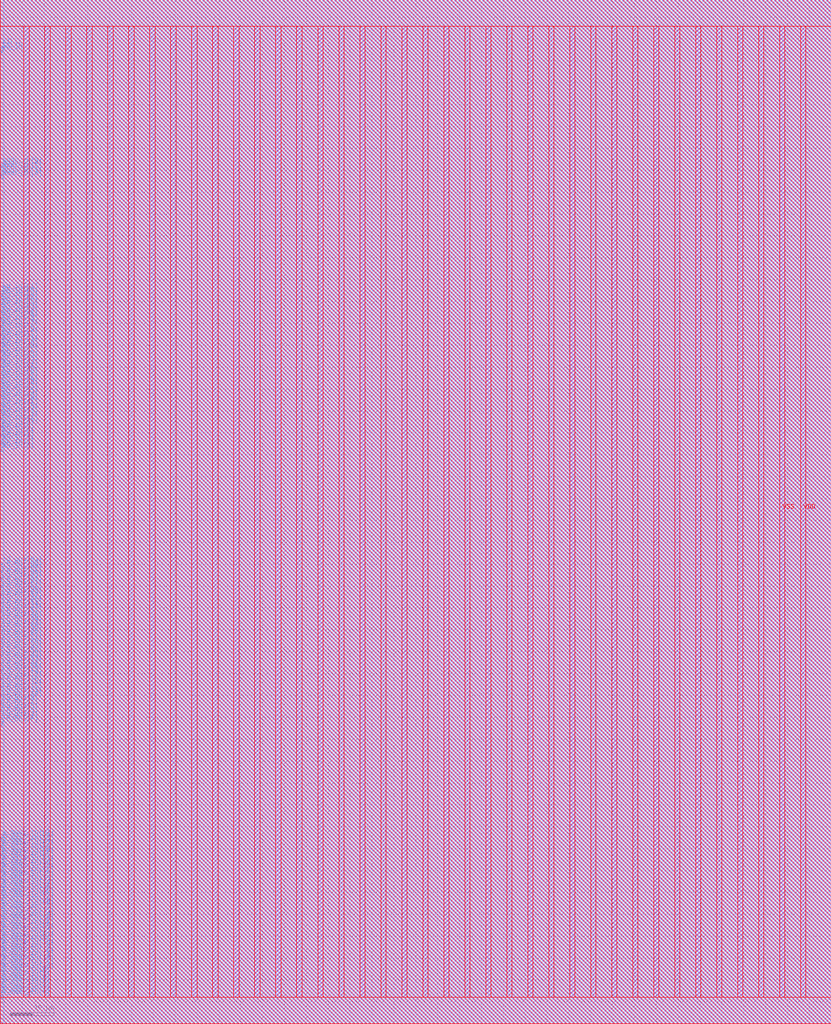
<source format=lef>
VERSION 5.7 ;
BUSBITCHARS "[]" ;
MACRO fakeram130_64x62
  FOREIGN fakeram130_64x62 0 0 ;
  SYMMETRY X Y R90 ;
  SIZE 189.980 BY 233.920 ;
  CLASS BLOCK ;
  PIN w_mask_in[0]
    DIRECTION INPUT ;
    USE SIGNAL ;
    SHAPE ABUTMENT ;
    PORT
      LAYER met3 ;
      RECT 0.000 5.850 0.800 6.150 ;
    END
  END w_mask_in[0]
  PIN w_mask_in[1]
    DIRECTION INPUT ;
    USE SIGNAL ;
    SHAPE ABUTMENT ;
    PORT
      LAYER met3 ;
      RECT 0.000 6.450 0.800 6.750 ;
    END
  END w_mask_in[1]
  PIN w_mask_in[2]
    DIRECTION INPUT ;
    USE SIGNAL ;
    SHAPE ABUTMENT ;
    PORT
      LAYER met3 ;
      RECT 0.000 7.050 0.800 7.350 ;
    END
  END w_mask_in[2]
  PIN w_mask_in[3]
    DIRECTION INPUT ;
    USE SIGNAL ;
    SHAPE ABUTMENT ;
    PORT
      LAYER met3 ;
      RECT 0.000 7.650 0.800 7.950 ;
    END
  END w_mask_in[3]
  PIN w_mask_in[4]
    DIRECTION INPUT ;
    USE SIGNAL ;
    SHAPE ABUTMENT ;
    PORT
      LAYER met3 ;
      RECT 0.000 8.250 0.800 8.550 ;
    END
  END w_mask_in[4]
  PIN w_mask_in[5]
    DIRECTION INPUT ;
    USE SIGNAL ;
    SHAPE ABUTMENT ;
    PORT
      LAYER met3 ;
      RECT 0.000 8.850 0.800 9.150 ;
    END
  END w_mask_in[5]
  PIN w_mask_in[6]
    DIRECTION INPUT ;
    USE SIGNAL ;
    SHAPE ABUTMENT ;
    PORT
      LAYER met3 ;
      RECT 0.000 9.450 0.800 9.750 ;
    END
  END w_mask_in[6]
  PIN w_mask_in[7]
    DIRECTION INPUT ;
    USE SIGNAL ;
    SHAPE ABUTMENT ;
    PORT
      LAYER met3 ;
      RECT 0.000 10.050 0.800 10.350 ;
    END
  END w_mask_in[7]
  PIN w_mask_in[8]
    DIRECTION INPUT ;
    USE SIGNAL ;
    SHAPE ABUTMENT ;
    PORT
      LAYER met3 ;
      RECT 0.000 10.650 0.800 10.950 ;
    END
  END w_mask_in[8]
  PIN w_mask_in[9]
    DIRECTION INPUT ;
    USE SIGNAL ;
    SHAPE ABUTMENT ;
    PORT
      LAYER met3 ;
      RECT 0.000 11.250 0.800 11.550 ;
    END
  END w_mask_in[9]
  PIN w_mask_in[10]
    DIRECTION INPUT ;
    USE SIGNAL ;
    SHAPE ABUTMENT ;
    PORT
      LAYER met3 ;
      RECT 0.000 11.850 0.800 12.150 ;
    END
  END w_mask_in[10]
  PIN w_mask_in[11]
    DIRECTION INPUT ;
    USE SIGNAL ;
    SHAPE ABUTMENT ;
    PORT
      LAYER met3 ;
      RECT 0.000 12.450 0.800 12.750 ;
    END
  END w_mask_in[11]
  PIN w_mask_in[12]
    DIRECTION INPUT ;
    USE SIGNAL ;
    SHAPE ABUTMENT ;
    PORT
      LAYER met3 ;
      RECT 0.000 13.050 0.800 13.350 ;
    END
  END w_mask_in[12]
  PIN w_mask_in[13]
    DIRECTION INPUT ;
    USE SIGNAL ;
    SHAPE ABUTMENT ;
    PORT
      LAYER met3 ;
      RECT 0.000 13.650 0.800 13.950 ;
    END
  END w_mask_in[13]
  PIN w_mask_in[14]
    DIRECTION INPUT ;
    USE SIGNAL ;
    SHAPE ABUTMENT ;
    PORT
      LAYER met3 ;
      RECT 0.000 14.250 0.800 14.550 ;
    END
  END w_mask_in[14]
  PIN w_mask_in[15]
    DIRECTION INPUT ;
    USE SIGNAL ;
    SHAPE ABUTMENT ;
    PORT
      LAYER met3 ;
      RECT 0.000 14.850 0.800 15.150 ;
    END
  END w_mask_in[15]
  PIN w_mask_in[16]
    DIRECTION INPUT ;
    USE SIGNAL ;
    SHAPE ABUTMENT ;
    PORT
      LAYER met3 ;
      RECT 0.000 15.450 0.800 15.750 ;
    END
  END w_mask_in[16]
  PIN w_mask_in[17]
    DIRECTION INPUT ;
    USE SIGNAL ;
    SHAPE ABUTMENT ;
    PORT
      LAYER met3 ;
      RECT 0.000 16.050 0.800 16.350 ;
    END
  END w_mask_in[17]
  PIN w_mask_in[18]
    DIRECTION INPUT ;
    USE SIGNAL ;
    SHAPE ABUTMENT ;
    PORT
      LAYER met3 ;
      RECT 0.000 16.650 0.800 16.950 ;
    END
  END w_mask_in[18]
  PIN w_mask_in[19]
    DIRECTION INPUT ;
    USE SIGNAL ;
    SHAPE ABUTMENT ;
    PORT
      LAYER met3 ;
      RECT 0.000 17.250 0.800 17.550 ;
    END
  END w_mask_in[19]
  PIN w_mask_in[20]
    DIRECTION INPUT ;
    USE SIGNAL ;
    SHAPE ABUTMENT ;
    PORT
      LAYER met3 ;
      RECT 0.000 17.850 0.800 18.150 ;
    END
  END w_mask_in[20]
  PIN w_mask_in[21]
    DIRECTION INPUT ;
    USE SIGNAL ;
    SHAPE ABUTMENT ;
    PORT
      LAYER met3 ;
      RECT 0.000 18.450 0.800 18.750 ;
    END
  END w_mask_in[21]
  PIN w_mask_in[22]
    DIRECTION INPUT ;
    USE SIGNAL ;
    SHAPE ABUTMENT ;
    PORT
      LAYER met3 ;
      RECT 0.000 19.050 0.800 19.350 ;
    END
  END w_mask_in[22]
  PIN w_mask_in[23]
    DIRECTION INPUT ;
    USE SIGNAL ;
    SHAPE ABUTMENT ;
    PORT
      LAYER met3 ;
      RECT 0.000 19.650 0.800 19.950 ;
    END
  END w_mask_in[23]
  PIN w_mask_in[24]
    DIRECTION INPUT ;
    USE SIGNAL ;
    SHAPE ABUTMENT ;
    PORT
      LAYER met3 ;
      RECT 0.000 20.250 0.800 20.550 ;
    END
  END w_mask_in[24]
  PIN w_mask_in[25]
    DIRECTION INPUT ;
    USE SIGNAL ;
    SHAPE ABUTMENT ;
    PORT
      LAYER met3 ;
      RECT 0.000 20.850 0.800 21.150 ;
    END
  END w_mask_in[25]
  PIN w_mask_in[26]
    DIRECTION INPUT ;
    USE SIGNAL ;
    SHAPE ABUTMENT ;
    PORT
      LAYER met3 ;
      RECT 0.000 21.450 0.800 21.750 ;
    END
  END w_mask_in[26]
  PIN w_mask_in[27]
    DIRECTION INPUT ;
    USE SIGNAL ;
    SHAPE ABUTMENT ;
    PORT
      LAYER met3 ;
      RECT 0.000 22.050 0.800 22.350 ;
    END
  END w_mask_in[27]
  PIN w_mask_in[28]
    DIRECTION INPUT ;
    USE SIGNAL ;
    SHAPE ABUTMENT ;
    PORT
      LAYER met3 ;
      RECT 0.000 22.650 0.800 22.950 ;
    END
  END w_mask_in[28]
  PIN w_mask_in[29]
    DIRECTION INPUT ;
    USE SIGNAL ;
    SHAPE ABUTMENT ;
    PORT
      LAYER met3 ;
      RECT 0.000 23.250 0.800 23.550 ;
    END
  END w_mask_in[29]
  PIN w_mask_in[30]
    DIRECTION INPUT ;
    USE SIGNAL ;
    SHAPE ABUTMENT ;
    PORT
      LAYER met3 ;
      RECT 0.000 23.850 0.800 24.150 ;
    END
  END w_mask_in[30]
  PIN w_mask_in[31]
    DIRECTION INPUT ;
    USE SIGNAL ;
    SHAPE ABUTMENT ;
    PORT
      LAYER met3 ;
      RECT 0.000 24.450 0.800 24.750 ;
    END
  END w_mask_in[31]
  PIN w_mask_in[32]
    DIRECTION INPUT ;
    USE SIGNAL ;
    SHAPE ABUTMENT ;
    PORT
      LAYER met3 ;
      RECT 0.000 25.050 0.800 25.350 ;
    END
  END w_mask_in[32]
  PIN w_mask_in[33]
    DIRECTION INPUT ;
    USE SIGNAL ;
    SHAPE ABUTMENT ;
    PORT
      LAYER met3 ;
      RECT 0.000 25.650 0.800 25.950 ;
    END
  END w_mask_in[33]
  PIN w_mask_in[34]
    DIRECTION INPUT ;
    USE SIGNAL ;
    SHAPE ABUTMENT ;
    PORT
      LAYER met3 ;
      RECT 0.000 26.250 0.800 26.550 ;
    END
  END w_mask_in[34]
  PIN w_mask_in[35]
    DIRECTION INPUT ;
    USE SIGNAL ;
    SHAPE ABUTMENT ;
    PORT
      LAYER met3 ;
      RECT 0.000 26.850 0.800 27.150 ;
    END
  END w_mask_in[35]
  PIN w_mask_in[36]
    DIRECTION INPUT ;
    USE SIGNAL ;
    SHAPE ABUTMENT ;
    PORT
      LAYER met3 ;
      RECT 0.000 27.450 0.800 27.750 ;
    END
  END w_mask_in[36]
  PIN w_mask_in[37]
    DIRECTION INPUT ;
    USE SIGNAL ;
    SHAPE ABUTMENT ;
    PORT
      LAYER met3 ;
      RECT 0.000 28.050 0.800 28.350 ;
    END
  END w_mask_in[37]
  PIN w_mask_in[38]
    DIRECTION INPUT ;
    USE SIGNAL ;
    SHAPE ABUTMENT ;
    PORT
      LAYER met3 ;
      RECT 0.000 28.650 0.800 28.950 ;
    END
  END w_mask_in[38]
  PIN w_mask_in[39]
    DIRECTION INPUT ;
    USE SIGNAL ;
    SHAPE ABUTMENT ;
    PORT
      LAYER met3 ;
      RECT 0.000 29.250 0.800 29.550 ;
    END
  END w_mask_in[39]
  PIN w_mask_in[40]
    DIRECTION INPUT ;
    USE SIGNAL ;
    SHAPE ABUTMENT ;
    PORT
      LAYER met3 ;
      RECT 0.000 29.850 0.800 30.150 ;
    END
  END w_mask_in[40]
  PIN w_mask_in[41]
    DIRECTION INPUT ;
    USE SIGNAL ;
    SHAPE ABUTMENT ;
    PORT
      LAYER met3 ;
      RECT 0.000 30.450 0.800 30.750 ;
    END
  END w_mask_in[41]
  PIN w_mask_in[42]
    DIRECTION INPUT ;
    USE SIGNAL ;
    SHAPE ABUTMENT ;
    PORT
      LAYER met3 ;
      RECT 0.000 31.050 0.800 31.350 ;
    END
  END w_mask_in[42]
  PIN w_mask_in[43]
    DIRECTION INPUT ;
    USE SIGNAL ;
    SHAPE ABUTMENT ;
    PORT
      LAYER met3 ;
      RECT 0.000 31.650 0.800 31.950 ;
    END
  END w_mask_in[43]
  PIN w_mask_in[44]
    DIRECTION INPUT ;
    USE SIGNAL ;
    SHAPE ABUTMENT ;
    PORT
      LAYER met3 ;
      RECT 0.000 32.250 0.800 32.550 ;
    END
  END w_mask_in[44]
  PIN w_mask_in[45]
    DIRECTION INPUT ;
    USE SIGNAL ;
    SHAPE ABUTMENT ;
    PORT
      LAYER met3 ;
      RECT 0.000 32.850 0.800 33.150 ;
    END
  END w_mask_in[45]
  PIN w_mask_in[46]
    DIRECTION INPUT ;
    USE SIGNAL ;
    SHAPE ABUTMENT ;
    PORT
      LAYER met3 ;
      RECT 0.000 33.450 0.800 33.750 ;
    END
  END w_mask_in[46]
  PIN w_mask_in[47]
    DIRECTION INPUT ;
    USE SIGNAL ;
    SHAPE ABUTMENT ;
    PORT
      LAYER met3 ;
      RECT 0.000 34.050 0.800 34.350 ;
    END
  END w_mask_in[47]
  PIN w_mask_in[48]
    DIRECTION INPUT ;
    USE SIGNAL ;
    SHAPE ABUTMENT ;
    PORT
      LAYER met3 ;
      RECT 0.000 34.650 0.800 34.950 ;
    END
  END w_mask_in[48]
  PIN w_mask_in[49]
    DIRECTION INPUT ;
    USE SIGNAL ;
    SHAPE ABUTMENT ;
    PORT
      LAYER met3 ;
      RECT 0.000 35.250 0.800 35.550 ;
    END
  END w_mask_in[49]
  PIN w_mask_in[50]
    DIRECTION INPUT ;
    USE SIGNAL ;
    SHAPE ABUTMENT ;
    PORT
      LAYER met3 ;
      RECT 0.000 35.850 0.800 36.150 ;
    END
  END w_mask_in[50]
  PIN w_mask_in[51]
    DIRECTION INPUT ;
    USE SIGNAL ;
    SHAPE ABUTMENT ;
    PORT
      LAYER met3 ;
      RECT 0.000 36.450 0.800 36.750 ;
    END
  END w_mask_in[51]
  PIN w_mask_in[52]
    DIRECTION INPUT ;
    USE SIGNAL ;
    SHAPE ABUTMENT ;
    PORT
      LAYER met3 ;
      RECT 0.000 37.050 0.800 37.350 ;
    END
  END w_mask_in[52]
  PIN w_mask_in[53]
    DIRECTION INPUT ;
    USE SIGNAL ;
    SHAPE ABUTMENT ;
    PORT
      LAYER met3 ;
      RECT 0.000 37.650 0.800 37.950 ;
    END
  END w_mask_in[53]
  PIN w_mask_in[54]
    DIRECTION INPUT ;
    USE SIGNAL ;
    SHAPE ABUTMENT ;
    PORT
      LAYER met3 ;
      RECT 0.000 38.250 0.800 38.550 ;
    END
  END w_mask_in[54]
  PIN w_mask_in[55]
    DIRECTION INPUT ;
    USE SIGNAL ;
    SHAPE ABUTMENT ;
    PORT
      LAYER met3 ;
      RECT 0.000 38.850 0.800 39.150 ;
    END
  END w_mask_in[55]
  PIN w_mask_in[56]
    DIRECTION INPUT ;
    USE SIGNAL ;
    SHAPE ABUTMENT ;
    PORT
      LAYER met3 ;
      RECT 0.000 39.450 0.800 39.750 ;
    END
  END w_mask_in[56]
  PIN w_mask_in[57]
    DIRECTION INPUT ;
    USE SIGNAL ;
    SHAPE ABUTMENT ;
    PORT
      LAYER met3 ;
      RECT 0.000 40.050 0.800 40.350 ;
    END
  END w_mask_in[57]
  PIN w_mask_in[58]
    DIRECTION INPUT ;
    USE SIGNAL ;
    SHAPE ABUTMENT ;
    PORT
      LAYER met3 ;
      RECT 0.000 40.650 0.800 40.950 ;
    END
  END w_mask_in[58]
  PIN w_mask_in[59]
    DIRECTION INPUT ;
    USE SIGNAL ;
    SHAPE ABUTMENT ;
    PORT
      LAYER met3 ;
      RECT 0.000 41.250 0.800 41.550 ;
    END
  END w_mask_in[59]
  PIN w_mask_in[60]
    DIRECTION INPUT ;
    USE SIGNAL ;
    SHAPE ABUTMENT ;
    PORT
      LAYER met3 ;
      RECT 0.000 41.850 0.800 42.150 ;
    END
  END w_mask_in[60]
  PIN w_mask_in[61]
    DIRECTION INPUT ;
    USE SIGNAL ;
    SHAPE ABUTMENT ;
    PORT
      LAYER met3 ;
      RECT 0.000 42.450 0.800 42.750 ;
    END
  END w_mask_in[61]
  PIN rd_out[0]
    DIRECTION OUTPUT ;
    USE SIGNAL ;
    SHAPE ABUTMENT ;
    PORT
      LAYER met3 ;
      RECT 0.000 68.250 0.800 68.550 ;
    END
  END rd_out[0]
  PIN rd_out[1]
    DIRECTION OUTPUT ;
    USE SIGNAL ;
    SHAPE ABUTMENT ;
    PORT
      LAYER met3 ;
      RECT 0.000 68.850 0.800 69.150 ;
    END
  END rd_out[1]
  PIN rd_out[2]
    DIRECTION OUTPUT ;
    USE SIGNAL ;
    SHAPE ABUTMENT ;
    PORT
      LAYER met3 ;
      RECT 0.000 69.450 0.800 69.750 ;
    END
  END rd_out[2]
  PIN rd_out[3]
    DIRECTION OUTPUT ;
    USE SIGNAL ;
    SHAPE ABUTMENT ;
    PORT
      LAYER met3 ;
      RECT 0.000 70.050 0.800 70.350 ;
    END
  END rd_out[3]
  PIN rd_out[4]
    DIRECTION OUTPUT ;
    USE SIGNAL ;
    SHAPE ABUTMENT ;
    PORT
      LAYER met3 ;
      RECT 0.000 70.650 0.800 70.950 ;
    END
  END rd_out[4]
  PIN rd_out[5]
    DIRECTION OUTPUT ;
    USE SIGNAL ;
    SHAPE ABUTMENT ;
    PORT
      LAYER met3 ;
      RECT 0.000 71.250 0.800 71.550 ;
    END
  END rd_out[5]
  PIN rd_out[6]
    DIRECTION OUTPUT ;
    USE SIGNAL ;
    SHAPE ABUTMENT ;
    PORT
      LAYER met3 ;
      RECT 0.000 71.850 0.800 72.150 ;
    END
  END rd_out[6]
  PIN rd_out[7]
    DIRECTION OUTPUT ;
    USE SIGNAL ;
    SHAPE ABUTMENT ;
    PORT
      LAYER met3 ;
      RECT 0.000 72.450 0.800 72.750 ;
    END
  END rd_out[7]
  PIN rd_out[8]
    DIRECTION OUTPUT ;
    USE SIGNAL ;
    SHAPE ABUTMENT ;
    PORT
      LAYER met3 ;
      RECT 0.000 73.050 0.800 73.350 ;
    END
  END rd_out[8]
  PIN rd_out[9]
    DIRECTION OUTPUT ;
    USE SIGNAL ;
    SHAPE ABUTMENT ;
    PORT
      LAYER met3 ;
      RECT 0.000 73.650 0.800 73.950 ;
    END
  END rd_out[9]
  PIN rd_out[10]
    DIRECTION OUTPUT ;
    USE SIGNAL ;
    SHAPE ABUTMENT ;
    PORT
      LAYER met3 ;
      RECT 0.000 74.250 0.800 74.550 ;
    END
  END rd_out[10]
  PIN rd_out[11]
    DIRECTION OUTPUT ;
    USE SIGNAL ;
    SHAPE ABUTMENT ;
    PORT
      LAYER met3 ;
      RECT 0.000 74.850 0.800 75.150 ;
    END
  END rd_out[11]
  PIN rd_out[12]
    DIRECTION OUTPUT ;
    USE SIGNAL ;
    SHAPE ABUTMENT ;
    PORT
      LAYER met3 ;
      RECT 0.000 75.450 0.800 75.750 ;
    END
  END rd_out[12]
  PIN rd_out[13]
    DIRECTION OUTPUT ;
    USE SIGNAL ;
    SHAPE ABUTMENT ;
    PORT
      LAYER met3 ;
      RECT 0.000 76.050 0.800 76.350 ;
    END
  END rd_out[13]
  PIN rd_out[14]
    DIRECTION OUTPUT ;
    USE SIGNAL ;
    SHAPE ABUTMENT ;
    PORT
      LAYER met3 ;
      RECT 0.000 76.650 0.800 76.950 ;
    END
  END rd_out[14]
  PIN rd_out[15]
    DIRECTION OUTPUT ;
    USE SIGNAL ;
    SHAPE ABUTMENT ;
    PORT
      LAYER met3 ;
      RECT 0.000 77.250 0.800 77.550 ;
    END
  END rd_out[15]
  PIN rd_out[16]
    DIRECTION OUTPUT ;
    USE SIGNAL ;
    SHAPE ABUTMENT ;
    PORT
      LAYER met3 ;
      RECT 0.000 77.850 0.800 78.150 ;
    END
  END rd_out[16]
  PIN rd_out[17]
    DIRECTION OUTPUT ;
    USE SIGNAL ;
    SHAPE ABUTMENT ;
    PORT
      LAYER met3 ;
      RECT 0.000 78.450 0.800 78.750 ;
    END
  END rd_out[17]
  PIN rd_out[18]
    DIRECTION OUTPUT ;
    USE SIGNAL ;
    SHAPE ABUTMENT ;
    PORT
      LAYER met3 ;
      RECT 0.000 79.050 0.800 79.350 ;
    END
  END rd_out[18]
  PIN rd_out[19]
    DIRECTION OUTPUT ;
    USE SIGNAL ;
    SHAPE ABUTMENT ;
    PORT
      LAYER met3 ;
      RECT 0.000 79.650 0.800 79.950 ;
    END
  END rd_out[19]
  PIN rd_out[20]
    DIRECTION OUTPUT ;
    USE SIGNAL ;
    SHAPE ABUTMENT ;
    PORT
      LAYER met3 ;
      RECT 0.000 80.250 0.800 80.550 ;
    END
  END rd_out[20]
  PIN rd_out[21]
    DIRECTION OUTPUT ;
    USE SIGNAL ;
    SHAPE ABUTMENT ;
    PORT
      LAYER met3 ;
      RECT 0.000 80.850 0.800 81.150 ;
    END
  END rd_out[21]
  PIN rd_out[22]
    DIRECTION OUTPUT ;
    USE SIGNAL ;
    SHAPE ABUTMENT ;
    PORT
      LAYER met3 ;
      RECT 0.000 81.450 0.800 81.750 ;
    END
  END rd_out[22]
  PIN rd_out[23]
    DIRECTION OUTPUT ;
    USE SIGNAL ;
    SHAPE ABUTMENT ;
    PORT
      LAYER met3 ;
      RECT 0.000 82.050 0.800 82.350 ;
    END
  END rd_out[23]
  PIN rd_out[24]
    DIRECTION OUTPUT ;
    USE SIGNAL ;
    SHAPE ABUTMENT ;
    PORT
      LAYER met3 ;
      RECT 0.000 82.650 0.800 82.950 ;
    END
  END rd_out[24]
  PIN rd_out[25]
    DIRECTION OUTPUT ;
    USE SIGNAL ;
    SHAPE ABUTMENT ;
    PORT
      LAYER met3 ;
      RECT 0.000 83.250 0.800 83.550 ;
    END
  END rd_out[25]
  PIN rd_out[26]
    DIRECTION OUTPUT ;
    USE SIGNAL ;
    SHAPE ABUTMENT ;
    PORT
      LAYER met3 ;
      RECT 0.000 83.850 0.800 84.150 ;
    END
  END rd_out[26]
  PIN rd_out[27]
    DIRECTION OUTPUT ;
    USE SIGNAL ;
    SHAPE ABUTMENT ;
    PORT
      LAYER met3 ;
      RECT 0.000 84.450 0.800 84.750 ;
    END
  END rd_out[27]
  PIN rd_out[28]
    DIRECTION OUTPUT ;
    USE SIGNAL ;
    SHAPE ABUTMENT ;
    PORT
      LAYER met3 ;
      RECT 0.000 85.050 0.800 85.350 ;
    END
  END rd_out[28]
  PIN rd_out[29]
    DIRECTION OUTPUT ;
    USE SIGNAL ;
    SHAPE ABUTMENT ;
    PORT
      LAYER met3 ;
      RECT 0.000 85.650 0.800 85.950 ;
    END
  END rd_out[29]
  PIN rd_out[30]
    DIRECTION OUTPUT ;
    USE SIGNAL ;
    SHAPE ABUTMENT ;
    PORT
      LAYER met3 ;
      RECT 0.000 86.250 0.800 86.550 ;
    END
  END rd_out[30]
  PIN rd_out[31]
    DIRECTION OUTPUT ;
    USE SIGNAL ;
    SHAPE ABUTMENT ;
    PORT
      LAYER met3 ;
      RECT 0.000 86.850 0.800 87.150 ;
    END
  END rd_out[31]
  PIN rd_out[32]
    DIRECTION OUTPUT ;
    USE SIGNAL ;
    SHAPE ABUTMENT ;
    PORT
      LAYER met3 ;
      RECT 0.000 87.450 0.800 87.750 ;
    END
  END rd_out[32]
  PIN rd_out[33]
    DIRECTION OUTPUT ;
    USE SIGNAL ;
    SHAPE ABUTMENT ;
    PORT
      LAYER met3 ;
      RECT 0.000 88.050 0.800 88.350 ;
    END
  END rd_out[33]
  PIN rd_out[34]
    DIRECTION OUTPUT ;
    USE SIGNAL ;
    SHAPE ABUTMENT ;
    PORT
      LAYER met3 ;
      RECT 0.000 88.650 0.800 88.950 ;
    END
  END rd_out[34]
  PIN rd_out[35]
    DIRECTION OUTPUT ;
    USE SIGNAL ;
    SHAPE ABUTMENT ;
    PORT
      LAYER met3 ;
      RECT 0.000 89.250 0.800 89.550 ;
    END
  END rd_out[35]
  PIN rd_out[36]
    DIRECTION OUTPUT ;
    USE SIGNAL ;
    SHAPE ABUTMENT ;
    PORT
      LAYER met3 ;
      RECT 0.000 89.850 0.800 90.150 ;
    END
  END rd_out[36]
  PIN rd_out[37]
    DIRECTION OUTPUT ;
    USE SIGNAL ;
    SHAPE ABUTMENT ;
    PORT
      LAYER met3 ;
      RECT 0.000 90.450 0.800 90.750 ;
    END
  END rd_out[37]
  PIN rd_out[38]
    DIRECTION OUTPUT ;
    USE SIGNAL ;
    SHAPE ABUTMENT ;
    PORT
      LAYER met3 ;
      RECT 0.000 91.050 0.800 91.350 ;
    END
  END rd_out[38]
  PIN rd_out[39]
    DIRECTION OUTPUT ;
    USE SIGNAL ;
    SHAPE ABUTMENT ;
    PORT
      LAYER met3 ;
      RECT 0.000 91.650 0.800 91.950 ;
    END
  END rd_out[39]
  PIN rd_out[40]
    DIRECTION OUTPUT ;
    USE SIGNAL ;
    SHAPE ABUTMENT ;
    PORT
      LAYER met3 ;
      RECT 0.000 92.250 0.800 92.550 ;
    END
  END rd_out[40]
  PIN rd_out[41]
    DIRECTION OUTPUT ;
    USE SIGNAL ;
    SHAPE ABUTMENT ;
    PORT
      LAYER met3 ;
      RECT 0.000 92.850 0.800 93.150 ;
    END
  END rd_out[41]
  PIN rd_out[42]
    DIRECTION OUTPUT ;
    USE SIGNAL ;
    SHAPE ABUTMENT ;
    PORT
      LAYER met3 ;
      RECT 0.000 93.450 0.800 93.750 ;
    END
  END rd_out[42]
  PIN rd_out[43]
    DIRECTION OUTPUT ;
    USE SIGNAL ;
    SHAPE ABUTMENT ;
    PORT
      LAYER met3 ;
      RECT 0.000 94.050 0.800 94.350 ;
    END
  END rd_out[43]
  PIN rd_out[44]
    DIRECTION OUTPUT ;
    USE SIGNAL ;
    SHAPE ABUTMENT ;
    PORT
      LAYER met3 ;
      RECT 0.000 94.650 0.800 94.950 ;
    END
  END rd_out[44]
  PIN rd_out[45]
    DIRECTION OUTPUT ;
    USE SIGNAL ;
    SHAPE ABUTMENT ;
    PORT
      LAYER met3 ;
      RECT 0.000 95.250 0.800 95.550 ;
    END
  END rd_out[45]
  PIN rd_out[46]
    DIRECTION OUTPUT ;
    USE SIGNAL ;
    SHAPE ABUTMENT ;
    PORT
      LAYER met3 ;
      RECT 0.000 95.850 0.800 96.150 ;
    END
  END rd_out[46]
  PIN rd_out[47]
    DIRECTION OUTPUT ;
    USE SIGNAL ;
    SHAPE ABUTMENT ;
    PORT
      LAYER met3 ;
      RECT 0.000 96.450 0.800 96.750 ;
    END
  END rd_out[47]
  PIN rd_out[48]
    DIRECTION OUTPUT ;
    USE SIGNAL ;
    SHAPE ABUTMENT ;
    PORT
      LAYER met3 ;
      RECT 0.000 97.050 0.800 97.350 ;
    END
  END rd_out[48]
  PIN rd_out[49]
    DIRECTION OUTPUT ;
    USE SIGNAL ;
    SHAPE ABUTMENT ;
    PORT
      LAYER met3 ;
      RECT 0.000 97.650 0.800 97.950 ;
    END
  END rd_out[49]
  PIN rd_out[50]
    DIRECTION OUTPUT ;
    USE SIGNAL ;
    SHAPE ABUTMENT ;
    PORT
      LAYER met3 ;
      RECT 0.000 98.250 0.800 98.550 ;
    END
  END rd_out[50]
  PIN rd_out[51]
    DIRECTION OUTPUT ;
    USE SIGNAL ;
    SHAPE ABUTMENT ;
    PORT
      LAYER met3 ;
      RECT 0.000 98.850 0.800 99.150 ;
    END
  END rd_out[51]
  PIN rd_out[52]
    DIRECTION OUTPUT ;
    USE SIGNAL ;
    SHAPE ABUTMENT ;
    PORT
      LAYER met3 ;
      RECT 0.000 99.450 0.800 99.750 ;
    END
  END rd_out[52]
  PIN rd_out[53]
    DIRECTION OUTPUT ;
    USE SIGNAL ;
    SHAPE ABUTMENT ;
    PORT
      LAYER met3 ;
      RECT 0.000 100.050 0.800 100.350 ;
    END
  END rd_out[53]
  PIN rd_out[54]
    DIRECTION OUTPUT ;
    USE SIGNAL ;
    SHAPE ABUTMENT ;
    PORT
      LAYER met3 ;
      RECT 0.000 100.650 0.800 100.950 ;
    END
  END rd_out[54]
  PIN rd_out[55]
    DIRECTION OUTPUT ;
    USE SIGNAL ;
    SHAPE ABUTMENT ;
    PORT
      LAYER met3 ;
      RECT 0.000 101.250 0.800 101.550 ;
    END
  END rd_out[55]
  PIN rd_out[56]
    DIRECTION OUTPUT ;
    USE SIGNAL ;
    SHAPE ABUTMENT ;
    PORT
      LAYER met3 ;
      RECT 0.000 101.850 0.800 102.150 ;
    END
  END rd_out[56]
  PIN rd_out[57]
    DIRECTION OUTPUT ;
    USE SIGNAL ;
    SHAPE ABUTMENT ;
    PORT
      LAYER met3 ;
      RECT 0.000 102.450 0.800 102.750 ;
    END
  END rd_out[57]
  PIN rd_out[58]
    DIRECTION OUTPUT ;
    USE SIGNAL ;
    SHAPE ABUTMENT ;
    PORT
      LAYER met3 ;
      RECT 0.000 103.050 0.800 103.350 ;
    END
  END rd_out[58]
  PIN rd_out[59]
    DIRECTION OUTPUT ;
    USE SIGNAL ;
    SHAPE ABUTMENT ;
    PORT
      LAYER met3 ;
      RECT 0.000 103.650 0.800 103.950 ;
    END
  END rd_out[59]
  PIN rd_out[60]
    DIRECTION OUTPUT ;
    USE SIGNAL ;
    SHAPE ABUTMENT ;
    PORT
      LAYER met3 ;
      RECT 0.000 104.250 0.800 104.550 ;
    END
  END rd_out[60]
  PIN rd_out[61]
    DIRECTION OUTPUT ;
    USE SIGNAL ;
    SHAPE ABUTMENT ;
    PORT
      LAYER met3 ;
      RECT 0.000 104.850 0.800 105.150 ;
    END
  END rd_out[61]
  PIN wd_in[0]
    DIRECTION INPUT ;
    USE SIGNAL ;
    SHAPE ABUTMENT ;
    PORT
      LAYER met3 ;
      RECT 0.000 130.650 0.800 130.950 ;
    END
  END wd_in[0]
  PIN wd_in[1]
    DIRECTION INPUT ;
    USE SIGNAL ;
    SHAPE ABUTMENT ;
    PORT
      LAYER met3 ;
      RECT 0.000 131.250 0.800 131.550 ;
    END
  END wd_in[1]
  PIN wd_in[2]
    DIRECTION INPUT ;
    USE SIGNAL ;
    SHAPE ABUTMENT ;
    PORT
      LAYER met3 ;
      RECT 0.000 131.850 0.800 132.150 ;
    END
  END wd_in[2]
  PIN wd_in[3]
    DIRECTION INPUT ;
    USE SIGNAL ;
    SHAPE ABUTMENT ;
    PORT
      LAYER met3 ;
      RECT 0.000 132.450 0.800 132.750 ;
    END
  END wd_in[3]
  PIN wd_in[4]
    DIRECTION INPUT ;
    USE SIGNAL ;
    SHAPE ABUTMENT ;
    PORT
      LAYER met3 ;
      RECT 0.000 133.050 0.800 133.350 ;
    END
  END wd_in[4]
  PIN wd_in[5]
    DIRECTION INPUT ;
    USE SIGNAL ;
    SHAPE ABUTMENT ;
    PORT
      LAYER met3 ;
      RECT 0.000 133.650 0.800 133.950 ;
    END
  END wd_in[5]
  PIN wd_in[6]
    DIRECTION INPUT ;
    USE SIGNAL ;
    SHAPE ABUTMENT ;
    PORT
      LAYER met3 ;
      RECT 0.000 134.250 0.800 134.550 ;
    END
  END wd_in[6]
  PIN wd_in[7]
    DIRECTION INPUT ;
    USE SIGNAL ;
    SHAPE ABUTMENT ;
    PORT
      LAYER met3 ;
      RECT 0.000 134.850 0.800 135.150 ;
    END
  END wd_in[7]
  PIN wd_in[8]
    DIRECTION INPUT ;
    USE SIGNAL ;
    SHAPE ABUTMENT ;
    PORT
      LAYER met3 ;
      RECT 0.000 135.450 0.800 135.750 ;
    END
  END wd_in[8]
  PIN wd_in[9]
    DIRECTION INPUT ;
    USE SIGNAL ;
    SHAPE ABUTMENT ;
    PORT
      LAYER met3 ;
      RECT 0.000 136.050 0.800 136.350 ;
    END
  END wd_in[9]
  PIN wd_in[10]
    DIRECTION INPUT ;
    USE SIGNAL ;
    SHAPE ABUTMENT ;
    PORT
      LAYER met3 ;
      RECT 0.000 136.650 0.800 136.950 ;
    END
  END wd_in[10]
  PIN wd_in[11]
    DIRECTION INPUT ;
    USE SIGNAL ;
    SHAPE ABUTMENT ;
    PORT
      LAYER met3 ;
      RECT 0.000 137.250 0.800 137.550 ;
    END
  END wd_in[11]
  PIN wd_in[12]
    DIRECTION INPUT ;
    USE SIGNAL ;
    SHAPE ABUTMENT ;
    PORT
      LAYER met3 ;
      RECT 0.000 137.850 0.800 138.150 ;
    END
  END wd_in[12]
  PIN wd_in[13]
    DIRECTION INPUT ;
    USE SIGNAL ;
    SHAPE ABUTMENT ;
    PORT
      LAYER met3 ;
      RECT 0.000 138.450 0.800 138.750 ;
    END
  END wd_in[13]
  PIN wd_in[14]
    DIRECTION INPUT ;
    USE SIGNAL ;
    SHAPE ABUTMENT ;
    PORT
      LAYER met3 ;
      RECT 0.000 139.050 0.800 139.350 ;
    END
  END wd_in[14]
  PIN wd_in[15]
    DIRECTION INPUT ;
    USE SIGNAL ;
    SHAPE ABUTMENT ;
    PORT
      LAYER met3 ;
      RECT 0.000 139.650 0.800 139.950 ;
    END
  END wd_in[15]
  PIN wd_in[16]
    DIRECTION INPUT ;
    USE SIGNAL ;
    SHAPE ABUTMENT ;
    PORT
      LAYER met3 ;
      RECT 0.000 140.250 0.800 140.550 ;
    END
  END wd_in[16]
  PIN wd_in[17]
    DIRECTION INPUT ;
    USE SIGNAL ;
    SHAPE ABUTMENT ;
    PORT
      LAYER met3 ;
      RECT 0.000 140.850 0.800 141.150 ;
    END
  END wd_in[17]
  PIN wd_in[18]
    DIRECTION INPUT ;
    USE SIGNAL ;
    SHAPE ABUTMENT ;
    PORT
      LAYER met3 ;
      RECT 0.000 141.450 0.800 141.750 ;
    END
  END wd_in[18]
  PIN wd_in[19]
    DIRECTION INPUT ;
    USE SIGNAL ;
    SHAPE ABUTMENT ;
    PORT
      LAYER met3 ;
      RECT 0.000 142.050 0.800 142.350 ;
    END
  END wd_in[19]
  PIN wd_in[20]
    DIRECTION INPUT ;
    USE SIGNAL ;
    SHAPE ABUTMENT ;
    PORT
      LAYER met3 ;
      RECT 0.000 142.650 0.800 142.950 ;
    END
  END wd_in[20]
  PIN wd_in[21]
    DIRECTION INPUT ;
    USE SIGNAL ;
    SHAPE ABUTMENT ;
    PORT
      LAYER met3 ;
      RECT 0.000 143.250 0.800 143.550 ;
    END
  END wd_in[21]
  PIN wd_in[22]
    DIRECTION INPUT ;
    USE SIGNAL ;
    SHAPE ABUTMENT ;
    PORT
      LAYER met3 ;
      RECT 0.000 143.850 0.800 144.150 ;
    END
  END wd_in[22]
  PIN wd_in[23]
    DIRECTION INPUT ;
    USE SIGNAL ;
    SHAPE ABUTMENT ;
    PORT
      LAYER met3 ;
      RECT 0.000 144.450 0.800 144.750 ;
    END
  END wd_in[23]
  PIN wd_in[24]
    DIRECTION INPUT ;
    USE SIGNAL ;
    SHAPE ABUTMENT ;
    PORT
      LAYER met3 ;
      RECT 0.000 145.050 0.800 145.350 ;
    END
  END wd_in[24]
  PIN wd_in[25]
    DIRECTION INPUT ;
    USE SIGNAL ;
    SHAPE ABUTMENT ;
    PORT
      LAYER met3 ;
      RECT 0.000 145.650 0.800 145.950 ;
    END
  END wd_in[25]
  PIN wd_in[26]
    DIRECTION INPUT ;
    USE SIGNAL ;
    SHAPE ABUTMENT ;
    PORT
      LAYER met3 ;
      RECT 0.000 146.250 0.800 146.550 ;
    END
  END wd_in[26]
  PIN wd_in[27]
    DIRECTION INPUT ;
    USE SIGNAL ;
    SHAPE ABUTMENT ;
    PORT
      LAYER met3 ;
      RECT 0.000 146.850 0.800 147.150 ;
    END
  END wd_in[27]
  PIN wd_in[28]
    DIRECTION INPUT ;
    USE SIGNAL ;
    SHAPE ABUTMENT ;
    PORT
      LAYER met3 ;
      RECT 0.000 147.450 0.800 147.750 ;
    END
  END wd_in[28]
  PIN wd_in[29]
    DIRECTION INPUT ;
    USE SIGNAL ;
    SHAPE ABUTMENT ;
    PORT
      LAYER met3 ;
      RECT 0.000 148.050 0.800 148.350 ;
    END
  END wd_in[29]
  PIN wd_in[30]
    DIRECTION INPUT ;
    USE SIGNAL ;
    SHAPE ABUTMENT ;
    PORT
      LAYER met3 ;
      RECT 0.000 148.650 0.800 148.950 ;
    END
  END wd_in[30]
  PIN wd_in[31]
    DIRECTION INPUT ;
    USE SIGNAL ;
    SHAPE ABUTMENT ;
    PORT
      LAYER met3 ;
      RECT 0.000 149.250 0.800 149.550 ;
    END
  END wd_in[31]
  PIN wd_in[32]
    DIRECTION INPUT ;
    USE SIGNAL ;
    SHAPE ABUTMENT ;
    PORT
      LAYER met3 ;
      RECT 0.000 149.850 0.800 150.150 ;
    END
  END wd_in[32]
  PIN wd_in[33]
    DIRECTION INPUT ;
    USE SIGNAL ;
    SHAPE ABUTMENT ;
    PORT
      LAYER met3 ;
      RECT 0.000 150.450 0.800 150.750 ;
    END
  END wd_in[33]
  PIN wd_in[34]
    DIRECTION INPUT ;
    USE SIGNAL ;
    SHAPE ABUTMENT ;
    PORT
      LAYER met3 ;
      RECT 0.000 151.050 0.800 151.350 ;
    END
  END wd_in[34]
  PIN wd_in[35]
    DIRECTION INPUT ;
    USE SIGNAL ;
    SHAPE ABUTMENT ;
    PORT
      LAYER met3 ;
      RECT 0.000 151.650 0.800 151.950 ;
    END
  END wd_in[35]
  PIN wd_in[36]
    DIRECTION INPUT ;
    USE SIGNAL ;
    SHAPE ABUTMENT ;
    PORT
      LAYER met3 ;
      RECT 0.000 152.250 0.800 152.550 ;
    END
  END wd_in[36]
  PIN wd_in[37]
    DIRECTION INPUT ;
    USE SIGNAL ;
    SHAPE ABUTMENT ;
    PORT
      LAYER met3 ;
      RECT 0.000 152.850 0.800 153.150 ;
    END
  END wd_in[37]
  PIN wd_in[38]
    DIRECTION INPUT ;
    USE SIGNAL ;
    SHAPE ABUTMENT ;
    PORT
      LAYER met3 ;
      RECT 0.000 153.450 0.800 153.750 ;
    END
  END wd_in[38]
  PIN wd_in[39]
    DIRECTION INPUT ;
    USE SIGNAL ;
    SHAPE ABUTMENT ;
    PORT
      LAYER met3 ;
      RECT 0.000 154.050 0.800 154.350 ;
    END
  END wd_in[39]
  PIN wd_in[40]
    DIRECTION INPUT ;
    USE SIGNAL ;
    SHAPE ABUTMENT ;
    PORT
      LAYER met3 ;
      RECT 0.000 154.650 0.800 154.950 ;
    END
  END wd_in[40]
  PIN wd_in[41]
    DIRECTION INPUT ;
    USE SIGNAL ;
    SHAPE ABUTMENT ;
    PORT
      LAYER met3 ;
      RECT 0.000 155.250 0.800 155.550 ;
    END
  END wd_in[41]
  PIN wd_in[42]
    DIRECTION INPUT ;
    USE SIGNAL ;
    SHAPE ABUTMENT ;
    PORT
      LAYER met3 ;
      RECT 0.000 155.850 0.800 156.150 ;
    END
  END wd_in[42]
  PIN wd_in[43]
    DIRECTION INPUT ;
    USE SIGNAL ;
    SHAPE ABUTMENT ;
    PORT
      LAYER met3 ;
      RECT 0.000 156.450 0.800 156.750 ;
    END
  END wd_in[43]
  PIN wd_in[44]
    DIRECTION INPUT ;
    USE SIGNAL ;
    SHAPE ABUTMENT ;
    PORT
      LAYER met3 ;
      RECT 0.000 157.050 0.800 157.350 ;
    END
  END wd_in[44]
  PIN wd_in[45]
    DIRECTION INPUT ;
    USE SIGNAL ;
    SHAPE ABUTMENT ;
    PORT
      LAYER met3 ;
      RECT 0.000 157.650 0.800 157.950 ;
    END
  END wd_in[45]
  PIN wd_in[46]
    DIRECTION INPUT ;
    USE SIGNAL ;
    SHAPE ABUTMENT ;
    PORT
      LAYER met3 ;
      RECT 0.000 158.250 0.800 158.550 ;
    END
  END wd_in[46]
  PIN wd_in[47]
    DIRECTION INPUT ;
    USE SIGNAL ;
    SHAPE ABUTMENT ;
    PORT
      LAYER met3 ;
      RECT 0.000 158.850 0.800 159.150 ;
    END
  END wd_in[47]
  PIN wd_in[48]
    DIRECTION INPUT ;
    USE SIGNAL ;
    SHAPE ABUTMENT ;
    PORT
      LAYER met3 ;
      RECT 0.000 159.450 0.800 159.750 ;
    END
  END wd_in[48]
  PIN wd_in[49]
    DIRECTION INPUT ;
    USE SIGNAL ;
    SHAPE ABUTMENT ;
    PORT
      LAYER met3 ;
      RECT 0.000 160.050 0.800 160.350 ;
    END
  END wd_in[49]
  PIN wd_in[50]
    DIRECTION INPUT ;
    USE SIGNAL ;
    SHAPE ABUTMENT ;
    PORT
      LAYER met3 ;
      RECT 0.000 160.650 0.800 160.950 ;
    END
  END wd_in[50]
  PIN wd_in[51]
    DIRECTION INPUT ;
    USE SIGNAL ;
    SHAPE ABUTMENT ;
    PORT
      LAYER met3 ;
      RECT 0.000 161.250 0.800 161.550 ;
    END
  END wd_in[51]
  PIN wd_in[52]
    DIRECTION INPUT ;
    USE SIGNAL ;
    SHAPE ABUTMENT ;
    PORT
      LAYER met3 ;
      RECT 0.000 161.850 0.800 162.150 ;
    END
  END wd_in[52]
  PIN wd_in[53]
    DIRECTION INPUT ;
    USE SIGNAL ;
    SHAPE ABUTMENT ;
    PORT
      LAYER met3 ;
      RECT 0.000 162.450 0.800 162.750 ;
    END
  END wd_in[53]
  PIN wd_in[54]
    DIRECTION INPUT ;
    USE SIGNAL ;
    SHAPE ABUTMENT ;
    PORT
      LAYER met3 ;
      RECT 0.000 163.050 0.800 163.350 ;
    END
  END wd_in[54]
  PIN wd_in[55]
    DIRECTION INPUT ;
    USE SIGNAL ;
    SHAPE ABUTMENT ;
    PORT
      LAYER met3 ;
      RECT 0.000 163.650 0.800 163.950 ;
    END
  END wd_in[55]
  PIN wd_in[56]
    DIRECTION INPUT ;
    USE SIGNAL ;
    SHAPE ABUTMENT ;
    PORT
      LAYER met3 ;
      RECT 0.000 164.250 0.800 164.550 ;
    END
  END wd_in[56]
  PIN wd_in[57]
    DIRECTION INPUT ;
    USE SIGNAL ;
    SHAPE ABUTMENT ;
    PORT
      LAYER met3 ;
      RECT 0.000 164.850 0.800 165.150 ;
    END
  END wd_in[57]
  PIN wd_in[58]
    DIRECTION INPUT ;
    USE SIGNAL ;
    SHAPE ABUTMENT ;
    PORT
      LAYER met3 ;
      RECT 0.000 165.450 0.800 165.750 ;
    END
  END wd_in[58]
  PIN wd_in[59]
    DIRECTION INPUT ;
    USE SIGNAL ;
    SHAPE ABUTMENT ;
    PORT
      LAYER met3 ;
      RECT 0.000 166.050 0.800 166.350 ;
    END
  END wd_in[59]
  PIN wd_in[60]
    DIRECTION INPUT ;
    USE SIGNAL ;
    SHAPE ABUTMENT ;
    PORT
      LAYER met3 ;
      RECT 0.000 166.650 0.800 166.950 ;
    END
  END wd_in[60]
  PIN wd_in[61]
    DIRECTION INPUT ;
    USE SIGNAL ;
    SHAPE ABUTMENT ;
    PORT
      LAYER met3 ;
      RECT 0.000 167.250 0.800 167.550 ;
    END
  END wd_in[61]
  PIN addr_in[0]
    DIRECTION INPUT ;
    USE SIGNAL ;
    SHAPE ABUTMENT ;
    PORT
      LAYER met3 ;
      RECT 0.000 193.050 0.800 193.350 ;
    END
  END addr_in[0]
  PIN addr_in[1]
    DIRECTION INPUT ;
    USE SIGNAL ;
    SHAPE ABUTMENT ;
    PORT
      LAYER met3 ;
      RECT 0.000 193.650 0.800 193.950 ;
    END
  END addr_in[1]
  PIN addr_in[2]
    DIRECTION INPUT ;
    USE SIGNAL ;
    SHAPE ABUTMENT ;
    PORT
      LAYER met3 ;
      RECT 0.000 194.250 0.800 194.550 ;
    END
  END addr_in[2]
  PIN addr_in[3]
    DIRECTION INPUT ;
    USE SIGNAL ;
    SHAPE ABUTMENT ;
    PORT
      LAYER met3 ;
      RECT 0.000 194.850 0.800 195.150 ;
    END
  END addr_in[3]
  PIN addr_in[4]
    DIRECTION INPUT ;
    USE SIGNAL ;
    SHAPE ABUTMENT ;
    PORT
      LAYER met3 ;
      RECT 0.000 195.450 0.800 195.750 ;
    END
  END addr_in[4]
  PIN addr_in[5]
    DIRECTION INPUT ;
    USE SIGNAL ;
    SHAPE ABUTMENT ;
    PORT
      LAYER met3 ;
      RECT 0.000 196.050 0.800 196.350 ;
    END
  END addr_in[5]
  PIN we_in
    DIRECTION INPUT ;
    USE SIGNAL ;
    SHAPE ABUTMENT ;
    PORT
      LAYER met3 ;
      RECT 0.000 221.850 0.800 222.150 ;
    END
  END we_in
  PIN ce_in
    DIRECTION INPUT ;
    USE SIGNAL ;
    SHAPE ABUTMENT ;
    PORT
      LAYER met3 ;
      RECT 0.000 222.450 0.800 222.750 ;
    END
  END ce_in
  PIN clk
    DIRECTION INPUT ;
    USE SIGNAL ;
    SHAPE ABUTMENT ;
    PORT
      LAYER met3 ;
      RECT 0.000 223.050 0.800 223.350 ;
    END
  END clk
  PIN VSS
    DIRECTION INOUT ;
    USE GROUND ;
    PORT
      LAYER met4 ;
      RECT 5.400 6.000 6.600 227.920 ;
      RECT 15.000 6.000 16.200 227.920 ;
      RECT 24.600 6.000 25.800 227.920 ;
      RECT 34.200 6.000 35.400 227.920 ;
      RECT 43.800 6.000 45.000 227.920 ;
      RECT 53.400 6.000 54.600 227.920 ;
      RECT 63.000 6.000 64.200 227.920 ;
      RECT 72.600 6.000 73.800 227.920 ;
      RECT 82.200 6.000 83.400 227.920 ;
      RECT 91.800 6.000 93.000 227.920 ;
      RECT 101.400 6.000 102.600 227.920 ;
      RECT 111.000 6.000 112.200 227.920 ;
      RECT 120.600 6.000 121.800 227.920 ;
      RECT 130.200 6.000 131.400 227.920 ;
      RECT 139.800 6.000 141.000 227.920 ;
      RECT 149.400 6.000 150.600 227.920 ;
      RECT 159.000 6.000 160.200 227.920 ;
      RECT 168.600 6.000 169.800 227.920 ;
      RECT 178.200 6.000 179.400 227.920 ;
    END
  END VSS
  PIN VDD
    DIRECTION INOUT ;
    USE POWER ;
    PORT
      LAYER met4 ;
      RECT 10.200 6.000 11.400 227.920 ;
      RECT 19.800 6.000 21.000 227.920 ;
      RECT 29.400 6.000 30.600 227.920 ;
      RECT 39.000 6.000 40.200 227.920 ;
      RECT 48.600 6.000 49.800 227.920 ;
      RECT 58.200 6.000 59.400 227.920 ;
      RECT 67.800 6.000 69.000 227.920 ;
      RECT 77.400 6.000 78.600 227.920 ;
      RECT 87.000 6.000 88.200 227.920 ;
      RECT 96.600 6.000 97.800 227.920 ;
      RECT 106.200 6.000 107.400 227.920 ;
      RECT 115.800 6.000 117.000 227.920 ;
      RECT 125.400 6.000 126.600 227.920 ;
      RECT 135.000 6.000 136.200 227.920 ;
      RECT 144.600 6.000 145.800 227.920 ;
      RECT 154.200 6.000 155.400 227.920 ;
      RECT 163.800 6.000 165.000 227.920 ;
      RECT 173.400 6.000 174.600 227.920 ;
      RECT 183.000 6.000 184.200 227.920 ;
    END
  END VDD
  OBS
    LAYER met1 ;
    RECT 0 0 189.980 233.920 ;
    LAYER met2 ;
    RECT 0 0 189.980 233.920 ;
    LAYER met3 ;
    RECT 0.800 0 189.980 233.920 ;
    RECT 0 0.000 0.800 5.850 ;
    RECT 0 6.150 0.800 6.450 ;
    RECT 0 6.750 0.800 7.050 ;
    RECT 0 7.350 0.800 7.650 ;
    RECT 0 7.950 0.800 8.250 ;
    RECT 0 8.550 0.800 8.850 ;
    RECT 0 9.150 0.800 9.450 ;
    RECT 0 9.750 0.800 10.050 ;
    RECT 0 10.350 0.800 10.650 ;
    RECT 0 10.950 0.800 11.250 ;
    RECT 0 11.550 0.800 11.850 ;
    RECT 0 12.150 0.800 12.450 ;
    RECT 0 12.750 0.800 13.050 ;
    RECT 0 13.350 0.800 13.650 ;
    RECT 0 13.950 0.800 14.250 ;
    RECT 0 14.550 0.800 14.850 ;
    RECT 0 15.150 0.800 15.450 ;
    RECT 0 15.750 0.800 16.050 ;
    RECT 0 16.350 0.800 16.650 ;
    RECT 0 16.950 0.800 17.250 ;
    RECT 0 17.550 0.800 17.850 ;
    RECT 0 18.150 0.800 18.450 ;
    RECT 0 18.750 0.800 19.050 ;
    RECT 0 19.350 0.800 19.650 ;
    RECT 0 19.950 0.800 20.250 ;
    RECT 0 20.550 0.800 20.850 ;
    RECT 0 21.150 0.800 21.450 ;
    RECT 0 21.750 0.800 22.050 ;
    RECT 0 22.350 0.800 22.650 ;
    RECT 0 22.950 0.800 23.250 ;
    RECT 0 23.550 0.800 23.850 ;
    RECT 0 24.150 0.800 24.450 ;
    RECT 0 24.750 0.800 25.050 ;
    RECT 0 25.350 0.800 25.650 ;
    RECT 0 25.950 0.800 26.250 ;
    RECT 0 26.550 0.800 26.850 ;
    RECT 0 27.150 0.800 27.450 ;
    RECT 0 27.750 0.800 28.050 ;
    RECT 0 28.350 0.800 28.650 ;
    RECT 0 28.950 0.800 29.250 ;
    RECT 0 29.550 0.800 29.850 ;
    RECT 0 30.150 0.800 30.450 ;
    RECT 0 30.750 0.800 31.050 ;
    RECT 0 31.350 0.800 31.650 ;
    RECT 0 31.950 0.800 32.250 ;
    RECT 0 32.550 0.800 32.850 ;
    RECT 0 33.150 0.800 33.450 ;
    RECT 0 33.750 0.800 34.050 ;
    RECT 0 34.350 0.800 34.650 ;
    RECT 0 34.950 0.800 35.250 ;
    RECT 0 35.550 0.800 35.850 ;
    RECT 0 36.150 0.800 36.450 ;
    RECT 0 36.750 0.800 37.050 ;
    RECT 0 37.350 0.800 37.650 ;
    RECT 0 37.950 0.800 38.250 ;
    RECT 0 38.550 0.800 38.850 ;
    RECT 0 39.150 0.800 39.450 ;
    RECT 0 39.750 0.800 40.050 ;
    RECT 0 40.350 0.800 40.650 ;
    RECT 0 40.950 0.800 41.250 ;
    RECT 0 41.550 0.800 41.850 ;
    RECT 0 42.150 0.800 42.450 ;
    RECT 0 42.750 0.800 68.250 ;
    RECT 0 68.550 0.800 68.850 ;
    RECT 0 69.150 0.800 69.450 ;
    RECT 0 69.750 0.800 70.050 ;
    RECT 0 70.350 0.800 70.650 ;
    RECT 0 70.950 0.800 71.250 ;
    RECT 0 71.550 0.800 71.850 ;
    RECT 0 72.150 0.800 72.450 ;
    RECT 0 72.750 0.800 73.050 ;
    RECT 0 73.350 0.800 73.650 ;
    RECT 0 73.950 0.800 74.250 ;
    RECT 0 74.550 0.800 74.850 ;
    RECT 0 75.150 0.800 75.450 ;
    RECT 0 75.750 0.800 76.050 ;
    RECT 0 76.350 0.800 76.650 ;
    RECT 0 76.950 0.800 77.250 ;
    RECT 0 77.550 0.800 77.850 ;
    RECT 0 78.150 0.800 78.450 ;
    RECT 0 78.750 0.800 79.050 ;
    RECT 0 79.350 0.800 79.650 ;
    RECT 0 79.950 0.800 80.250 ;
    RECT 0 80.550 0.800 80.850 ;
    RECT 0 81.150 0.800 81.450 ;
    RECT 0 81.750 0.800 82.050 ;
    RECT 0 82.350 0.800 82.650 ;
    RECT 0 82.950 0.800 83.250 ;
    RECT 0 83.550 0.800 83.850 ;
    RECT 0 84.150 0.800 84.450 ;
    RECT 0 84.750 0.800 85.050 ;
    RECT 0 85.350 0.800 85.650 ;
    RECT 0 85.950 0.800 86.250 ;
    RECT 0 86.550 0.800 86.850 ;
    RECT 0 87.150 0.800 87.450 ;
    RECT 0 87.750 0.800 88.050 ;
    RECT 0 88.350 0.800 88.650 ;
    RECT 0 88.950 0.800 89.250 ;
    RECT 0 89.550 0.800 89.850 ;
    RECT 0 90.150 0.800 90.450 ;
    RECT 0 90.750 0.800 91.050 ;
    RECT 0 91.350 0.800 91.650 ;
    RECT 0 91.950 0.800 92.250 ;
    RECT 0 92.550 0.800 92.850 ;
    RECT 0 93.150 0.800 93.450 ;
    RECT 0 93.750 0.800 94.050 ;
    RECT 0 94.350 0.800 94.650 ;
    RECT 0 94.950 0.800 95.250 ;
    RECT 0 95.550 0.800 95.850 ;
    RECT 0 96.150 0.800 96.450 ;
    RECT 0 96.750 0.800 97.050 ;
    RECT 0 97.350 0.800 97.650 ;
    RECT 0 97.950 0.800 98.250 ;
    RECT 0 98.550 0.800 98.850 ;
    RECT 0 99.150 0.800 99.450 ;
    RECT 0 99.750 0.800 100.050 ;
    RECT 0 100.350 0.800 100.650 ;
    RECT 0 100.950 0.800 101.250 ;
    RECT 0 101.550 0.800 101.850 ;
    RECT 0 102.150 0.800 102.450 ;
    RECT 0 102.750 0.800 103.050 ;
    RECT 0 103.350 0.800 103.650 ;
    RECT 0 103.950 0.800 104.250 ;
    RECT 0 104.550 0.800 104.850 ;
    RECT 0 105.150 0.800 130.650 ;
    RECT 0 130.950 0.800 131.250 ;
    RECT 0 131.550 0.800 131.850 ;
    RECT 0 132.150 0.800 132.450 ;
    RECT 0 132.750 0.800 133.050 ;
    RECT 0 133.350 0.800 133.650 ;
    RECT 0 133.950 0.800 134.250 ;
    RECT 0 134.550 0.800 134.850 ;
    RECT 0 135.150 0.800 135.450 ;
    RECT 0 135.750 0.800 136.050 ;
    RECT 0 136.350 0.800 136.650 ;
    RECT 0 136.950 0.800 137.250 ;
    RECT 0 137.550 0.800 137.850 ;
    RECT 0 138.150 0.800 138.450 ;
    RECT 0 138.750 0.800 139.050 ;
    RECT 0 139.350 0.800 139.650 ;
    RECT 0 139.950 0.800 140.250 ;
    RECT 0 140.550 0.800 140.850 ;
    RECT 0 141.150 0.800 141.450 ;
    RECT 0 141.750 0.800 142.050 ;
    RECT 0 142.350 0.800 142.650 ;
    RECT 0 142.950 0.800 143.250 ;
    RECT 0 143.550 0.800 143.850 ;
    RECT 0 144.150 0.800 144.450 ;
    RECT 0 144.750 0.800 145.050 ;
    RECT 0 145.350 0.800 145.650 ;
    RECT 0 145.950 0.800 146.250 ;
    RECT 0 146.550 0.800 146.850 ;
    RECT 0 147.150 0.800 147.450 ;
    RECT 0 147.750 0.800 148.050 ;
    RECT 0 148.350 0.800 148.650 ;
    RECT 0 148.950 0.800 149.250 ;
    RECT 0 149.550 0.800 149.850 ;
    RECT 0 150.150 0.800 150.450 ;
    RECT 0 150.750 0.800 151.050 ;
    RECT 0 151.350 0.800 151.650 ;
    RECT 0 151.950 0.800 152.250 ;
    RECT 0 152.550 0.800 152.850 ;
    RECT 0 153.150 0.800 153.450 ;
    RECT 0 153.750 0.800 154.050 ;
    RECT 0 154.350 0.800 154.650 ;
    RECT 0 154.950 0.800 155.250 ;
    RECT 0 155.550 0.800 155.850 ;
    RECT 0 156.150 0.800 156.450 ;
    RECT 0 156.750 0.800 157.050 ;
    RECT 0 157.350 0.800 157.650 ;
    RECT 0 157.950 0.800 158.250 ;
    RECT 0 158.550 0.800 158.850 ;
    RECT 0 159.150 0.800 159.450 ;
    RECT 0 159.750 0.800 160.050 ;
    RECT 0 160.350 0.800 160.650 ;
    RECT 0 160.950 0.800 161.250 ;
    RECT 0 161.550 0.800 161.850 ;
    RECT 0 162.150 0.800 162.450 ;
    RECT 0 162.750 0.800 163.050 ;
    RECT 0 163.350 0.800 163.650 ;
    RECT 0 163.950 0.800 164.250 ;
    RECT 0 164.550 0.800 164.850 ;
    RECT 0 165.150 0.800 165.450 ;
    RECT 0 165.750 0.800 166.050 ;
    RECT 0 166.350 0.800 166.650 ;
    RECT 0 166.950 0.800 167.250 ;
    RECT 0 167.550 0.800 193.050 ;
    RECT 0 193.350 0.800 193.650 ;
    RECT 0 193.950 0.800 194.250 ;
    RECT 0 194.550 0.800 194.850 ;
    RECT 0 195.150 0.800 195.450 ;
    RECT 0 195.750 0.800 196.050 ;
    RECT 0 196.350 0.800 221.850 ;
    RECT 0 222.150 0.800 222.450 ;
    RECT 0 222.750 0.800 223.050 ;
    RECT 0 223.350 0.800 233.920 ;
    LAYER met4 ;
    RECT 0 0 189.980 6.000 ;
    RECT 0 227.920 189.980 233.920 ;
    RECT 0.000 6.000 5.400 227.920 ;
    RECT 6.600 6.000 10.200 227.920 ;
    RECT 11.400 6.000 15.000 227.920 ;
    RECT 16.200 6.000 19.800 227.920 ;
    RECT 21.000 6.000 24.600 227.920 ;
    RECT 25.800 6.000 29.400 227.920 ;
    RECT 30.600 6.000 34.200 227.920 ;
    RECT 35.400 6.000 39.000 227.920 ;
    RECT 40.200 6.000 43.800 227.920 ;
    RECT 45.000 6.000 48.600 227.920 ;
    RECT 49.800 6.000 53.400 227.920 ;
    RECT 54.600 6.000 58.200 227.920 ;
    RECT 59.400 6.000 63.000 227.920 ;
    RECT 64.200 6.000 67.800 227.920 ;
    RECT 69.000 6.000 72.600 227.920 ;
    RECT 73.800 6.000 77.400 227.920 ;
    RECT 78.600 6.000 82.200 227.920 ;
    RECT 83.400 6.000 87.000 227.920 ;
    RECT 88.200 6.000 91.800 227.920 ;
    RECT 93.000 6.000 96.600 227.920 ;
    RECT 97.800 6.000 101.400 227.920 ;
    RECT 102.600 6.000 106.200 227.920 ;
    RECT 107.400 6.000 111.000 227.920 ;
    RECT 112.200 6.000 115.800 227.920 ;
    RECT 117.000 6.000 120.600 227.920 ;
    RECT 121.800 6.000 125.400 227.920 ;
    RECT 126.600 6.000 130.200 227.920 ;
    RECT 131.400 6.000 135.000 227.920 ;
    RECT 136.200 6.000 139.800 227.920 ;
    RECT 141.000 6.000 144.600 227.920 ;
    RECT 145.800 6.000 149.400 227.920 ;
    RECT 150.600 6.000 154.200 227.920 ;
    RECT 155.400 6.000 159.000 227.920 ;
    RECT 160.200 6.000 163.800 227.920 ;
    RECT 165.000 6.000 168.600 227.920 ;
    RECT 169.800 6.000 173.400 227.920 ;
    RECT 174.600 6.000 178.200 227.920 ;
    RECT 179.400 6.000 183.000 227.920 ;
    RECT 184.200 6.000 189.980 227.920 ;
    LAYER OVERLAP ;
    RECT 0 0 189.980 233.920 ;
  END
END fakeram130_64x62

END LIBRARY

</source>
